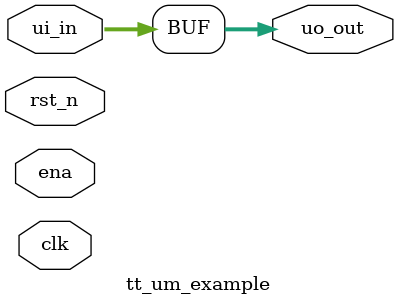
<source format=v>
/*
 * Copyright (c) 2023 Your Name
 * SPDX-License-Identifier: Apache-2.0
 */

`define default_netname none

module tt_um_example (
    input  wire [7:0] ui_in,    // Dedicated inputs
    output wire [7:0] uo_out,   // Dedicated outputs
    //input  wire [7:0] uio_in,   // IOs: Input path
    //output wire [7:0] uio_out,  // IOs: Output path
    //output wire [7:0] uio_oe,   // IOs: Enable path (active high: 0=input, 1=output)
    input  wire       ena,
    input  wire       clk,
    input  wire       rst_n
);

  // All output pins must be assigned. If not used, assign to 0.
  assign uo_out  = ui_in;  // Example: ou_out is ui_in
  //assign uio_out = 0;
  //assign uio_oe  = 0;

endmodule

</source>
